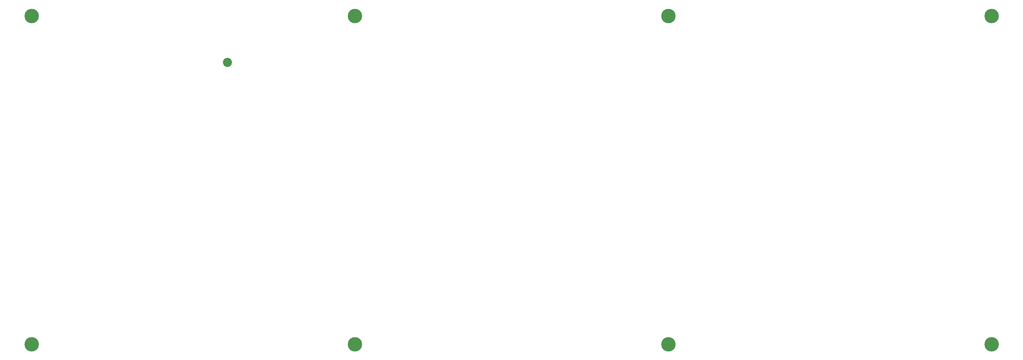
<source format=gbr>
G04 #@! TF.GenerationSoftware,KiCad,Pcbnew,(5.1.4-0)*
G04 #@! TF.CreationDate,2021-10-24T16:02:16-05:00*
G04 #@! TF.ProjectId,bottom_plate,626f7474-6f6d-45f7-906c-6174652e6b69,rev?*
G04 #@! TF.SameCoordinates,Original*
G04 #@! TF.FileFunction,Soldermask,Bot*
G04 #@! TF.FilePolarity,Negative*
%FSLAX46Y46*%
G04 Gerber Fmt 4.6, Leading zero omitted, Abs format (unit mm)*
G04 Created by KiCad (PCBNEW (5.1.4-0)) date 2021-10-24 16:02:16*
%MOMM*%
%LPD*%
G04 APERTURE LIST*
%ADD10C,3.500000*%
%ADD11C,2.200000*%
G04 APERTURE END LIST*
D10*
X310779634Y-118454824D03*
X310779701Y-38682951D03*
X234579607Y-118454824D03*
X234579608Y-38683016D03*
X155998315Y-118454824D03*
X155998514Y-38683016D03*
X389360818Y-38683016D03*
X389360818Y-118454824D03*
D11*
X203623474Y-49993944D03*
M02*

</source>
